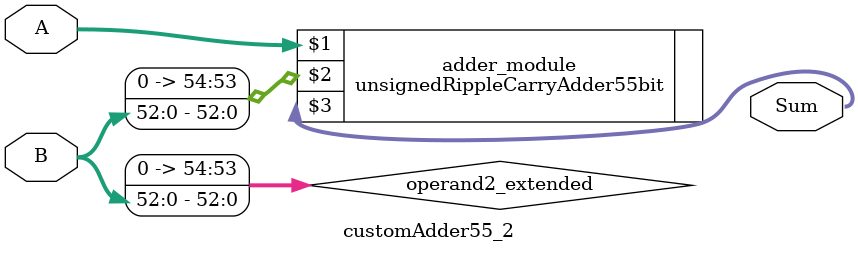
<source format=v>
module customAdder55_2(
                        input [54 : 0] A,
                        input [52 : 0] B,
                        
                        output [55 : 0] Sum
                );

        wire [54 : 0] operand2_extended;
        
        assign operand2_extended =  {2'b0, B};
        
        unsignedRippleCarryAdder55bit adder_module(
            A,
            operand2_extended,
            Sum
        );
        
        endmodule
        
</source>
